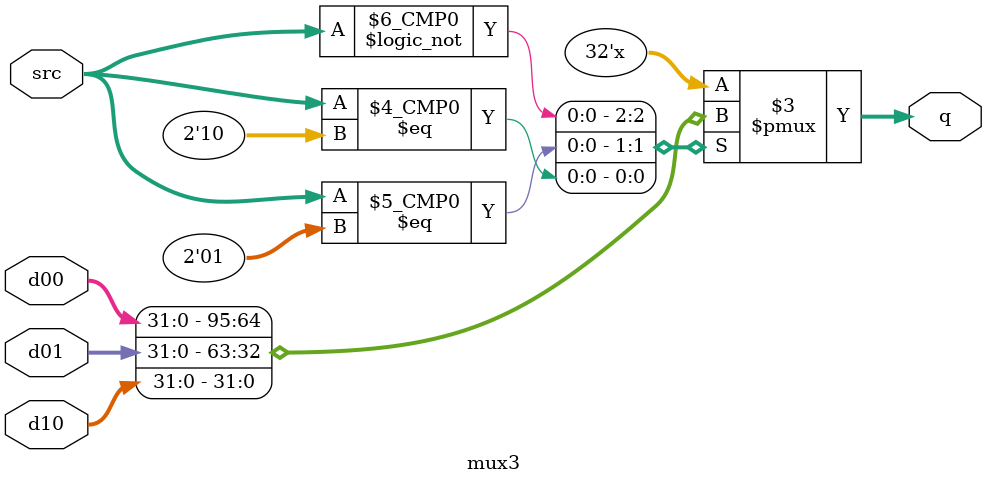
<source format=sv>
/**
 * Multiplexor
 * 
 * 3 possible outputs.
 */
module mux3 #(parameter WIDTH=32)
(
  input  logic[WIDTH-1:0] d00, d01, d10,
  input  logic[1:0] src,
  output logic[WIDTH-1:0] q
);
  always_comb
  begin
    case (src)
      2'b00: q <= d00;
      2'b01: q <= d01;
      2'b10: q <= d10;
      // control flow should not reach here.
      default: q <= 'x;
    endcase
  end
endmodule

</source>
